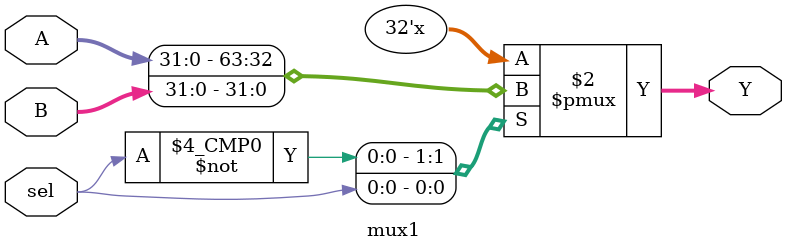
<source format=v>
module mux1(
 input sel,
 input [31:0]A, B,
 output reg [31:0]Y
 );
 
 always @(*)
  begin 
   case(sel)
    1'b0: Y = A;
    1'b1: Y = B;
   endcase
  end

endmodule

</source>
